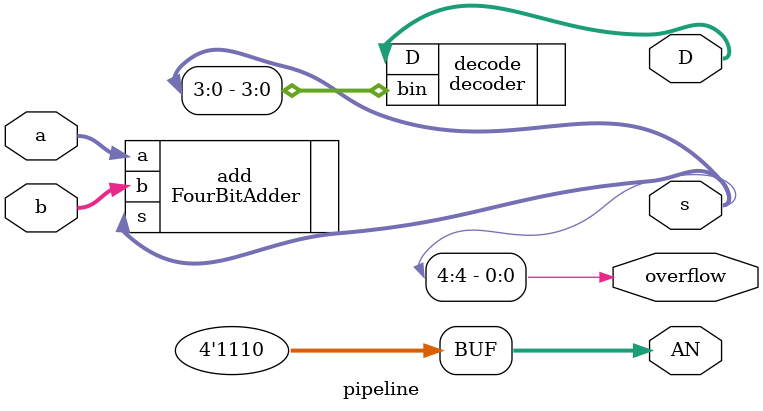
<source format=v>
`timescale 1ns / 1ps


module pipeline(
	input [3:0]a,
	input [3:0]b,
	output [6:0]D,
	output overflow,
	output [4:0]s,
	output [3:0]AN
    );
    
    FourBitAdder add(
    	.a(a),
        .b(b),
        .s(s)
    );

    assign overflow = s[4];
    assign AN = 4'b1110;

    decoder decode(
        .bin(s[3:0]),
        .D(D)
    );
endmodule

</source>
